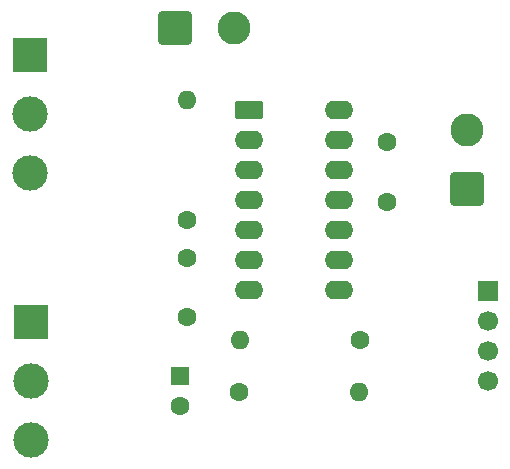
<source format=gbr>
%TF.GenerationSoftware,KiCad,Pcbnew,9.99.0-578-g4ef0d3554e*%
%TF.CreationDate,2025-04-09T17:12:27-04:00*%
%TF.ProjectId,APC,4150432e-6b69-4636-9164-5f7063625858,rev?*%
%TF.SameCoordinates,Original*%
%TF.FileFunction,Soldermask,Bot*%
%TF.FilePolarity,Negative*%
%FSLAX46Y46*%
G04 Gerber Fmt 4.6, Leading zero omitted, Abs format (unit mm)*
G04 Created by KiCad (PCBNEW 9.99.0-578-g4ef0d3554e) date 2025-04-09 17:12:27*
%MOMM*%
%LPD*%
G01*
G04 APERTURE LIST*
G04 Aperture macros list*
%AMRoundRect*
0 Rectangle with rounded corners*
0 $1 Rounding radius*
0 $2 $3 $4 $5 $6 $7 $8 $9 X,Y pos of 4 corners*
0 Add a 4 corners polygon primitive as box body*
4,1,4,$2,$3,$4,$5,$6,$7,$8,$9,$2,$3,0*
0 Add four circle primitives for the rounded corners*
1,1,$1+$1,$2,$3*
1,1,$1+$1,$4,$5*
1,1,$1+$1,$6,$7*
1,1,$1+$1,$8,$9*
0 Add four rect primitives between the rounded corners*
20,1,$1+$1,$2,$3,$4,$5,0*
20,1,$1+$1,$4,$5,$6,$7,0*
20,1,$1+$1,$6,$7,$8,$9,0*
20,1,$1+$1,$8,$9,$2,$3,0*%
G04 Aperture macros list end*
%ADD10RoundRect,0.250001X-1.149999X-1.149999X1.149999X-1.149999X1.149999X1.149999X-1.149999X1.149999X0*%
%ADD11C,2.800000*%
%ADD12R,1.600000X1.600000*%
%ADD13C,1.600000*%
%ADD14RoundRect,0.250001X1.149999X-1.149999X1.149999X1.149999X-1.149999X1.149999X-1.149999X-1.149999X0*%
%ADD15R,3.000000X3.000000*%
%ADD16C,3.000000*%
%ADD17RoundRect,0.250000X-0.950000X-0.550000X0.950000X-0.550000X0.950000X0.550000X-0.950000X0.550000X0*%
%ADD18O,2.400000X1.600000*%
%ADD19O,1.600000X1.600000*%
%ADD20C,1.700000*%
%ADD21R,1.700000X1.700000*%
G04 APERTURE END LIST*
D10*
%TO.C,J3*%
X120750000Y-67667500D03*
D11*
X125750000Y-67667500D03*
%TD*%
D12*
%TO.C,C3*%
X121200000Y-97200000D03*
D13*
X121200000Y-99700000D03*
%TD*%
D14*
%TO.C,J1*%
X145500000Y-81350000D03*
D11*
X145500000Y-76350000D03*
%TD*%
D15*
%TO.C,RV2*%
X108600000Y-92600000D03*
D16*
X108600000Y-97600000D03*
X108600000Y-102600000D03*
%TD*%
D15*
%TO.C,RV1*%
X108500000Y-70000000D03*
D16*
X108500000Y-75000000D03*
X108500000Y-80000000D03*
%TD*%
D13*
%TO.C,C2*%
X138700000Y-77400000D03*
X138700000Y-82400000D03*
%TD*%
%TO.C,C1*%
X121800000Y-87160000D03*
X121800000Y-92160000D03*
%TD*%
D17*
%TO.C,U1*%
X127080000Y-74620000D03*
D18*
X127080000Y-77160000D03*
X127080000Y-79700000D03*
X127080000Y-82240000D03*
X127080000Y-84780000D03*
X127080000Y-87320000D03*
X127080000Y-89860000D03*
X134700000Y-89860000D03*
X134700000Y-87320000D03*
X134700000Y-84780000D03*
X134700000Y-82240000D03*
X134700000Y-79700000D03*
X134700000Y-77160000D03*
X134700000Y-74620000D03*
%TD*%
D13*
%TO.C,R3*%
X121800000Y-83940000D03*
D19*
X121800000Y-73780000D03*
%TD*%
D13*
%TO.C,R2*%
X126240000Y-98560000D03*
D19*
X136400000Y-98560000D03*
%TD*%
D13*
%TO.C,R1*%
X136480000Y-94160000D03*
D19*
X126320000Y-94160000D03*
%TD*%
D20*
%TO.C,J2*%
X147300000Y-97600000D03*
X147300000Y-95060000D03*
X147300000Y-92520000D03*
D21*
X147300000Y-89980000D03*
%TD*%
M02*

</source>
